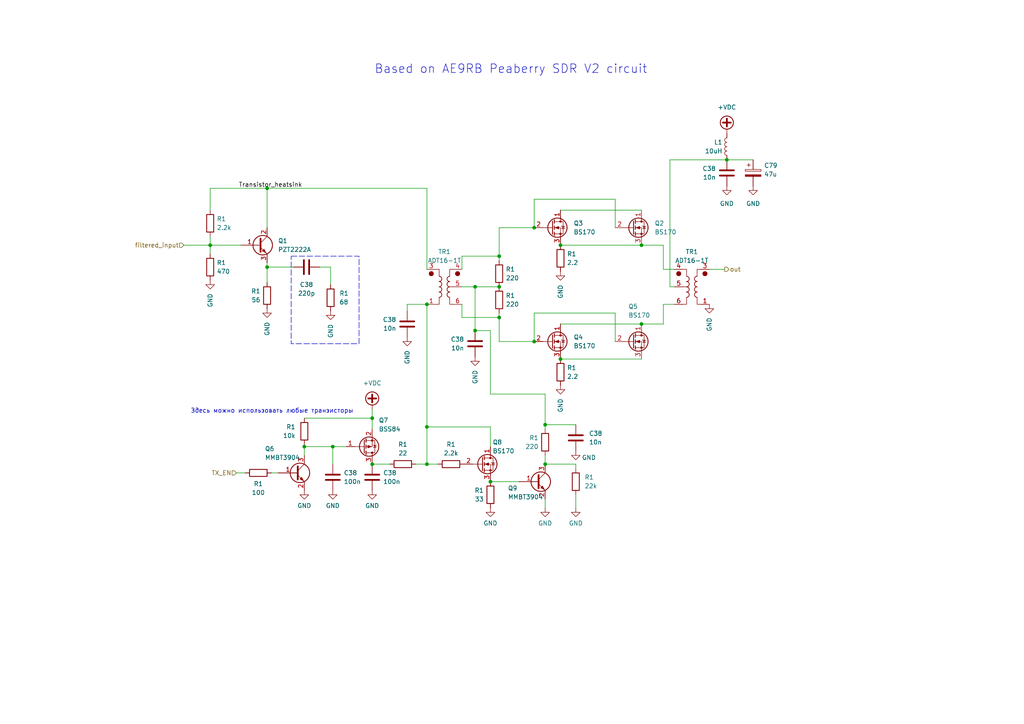
<source format=kicad_sch>
(kicad_sch (version 20230121) (generator eeschema)
  (paper "A4")
  (title_block (title "Transmitter, Power Amplifier"))
  (lib_symbols
    (symbol "Device:C" (pin_numbers hide) (pin_names (offset 0.254))
      (property "Reference" "C" (at 0.635 2.54 0))
      (property "Value" "C" (at 0.635 -2.54 0))
      (symbol "C_0_1"
        (polyline (pts (xy -2.032 -0.762) (xy 2.032 -0.762)) (stroke (width 0.508)))
        (polyline (pts (xy -2.032 0.762) (xy 2.032 0.762)) (stroke (width 0.508)))
      )
      (symbol "C_1_1"
        (pin passive line (at 0 3.81 270) (length 2.794) (name "~") (number "1"))
        (pin passive line (at 0 -3.81 90) (length 2.794) (name "~") (number "2"))
      )
    )
    (symbol "Device:C_Polarized" (pin_numbers hide) (pin_names (offset 0.254))
      (property "Reference" "C" (at 0.635 2.54 0))
      (property "Value" "C_Polarized" (at 0.635 -2.54 0))
      (symbol "C_Polarized_0_1"
        (rectangle (start -2.286 0.508) (end 2.286 1.016))
        (polyline (pts (xy -1.778 2.286) (xy -0.762 2.286)))
        (polyline (pts (xy -1.27 2.794) (xy -1.27 1.778)))
        (rectangle (start 2.286 -0.508) (end -2.286 -1.016) (fill (type outline)))
      )
      (symbol "C_Polarized_1_1"
        (pin passive line (at 0 3.81 270) (length 2.794) (name "~") (number "1"))
        (pin passive line (at 0 -3.81 90) (length 2.794) (name "~") (number "2"))
      )
    )
    (symbol "Device:L" (pin_numbers hide) (pin_names (offset 1.016) hide)
      (property "Reference" "L" (at -1.27 0 90))
      (property "Value" "L" (at 1.905 0 90))
      (symbol "L_0_1"
        (arc (start 0 -2.54) (mid 0.6323 -1.905) (end 0 -1.27))
        (arc (start 0 -1.27) (mid 0.6323 -0.635) (end 0 0))
        (arc (start 0 0) (mid 0.6323 0.635) (end 0 1.27))
        (arc (start 0 1.27) (mid 0.6323 1.905) (end 0 2.54))
      )
      (symbol "L_1_1"
        (pin passive line (at 0 3.81 270) (length 1.27) (name "1") (number "1"))
        (pin passive line (at 0 -3.81 90) (length 1.27) (name "2") (number "2"))
      )
    )
    (symbol "Device:R" (pin_numbers hide) (pin_names (offset 0))
      (property "Reference" "R" (at 2.032 0 90))
      (property "Value" "R" (at 0 0 90))
      (symbol "R_0_1"
        (rectangle (start -1.016 -2.54) (end 1.016 2.54) (stroke (width 0.254)))
      )
      (symbol "R_1_1"
        (pin passive line (at 0 3.81 270) (length 1.27) (name "~") (number "1"))
        (pin passive line (at 0 -3.81 90) (length 1.27) (name "~") (number "2"))
      )
    )
    (symbol "Transformer:ADT16-1T" (pin_names hide)
      (property "Reference" "TR" (at 0 6.35 0))
      (property "Value" "ADT16-1T" (at 0 -6.985 0))
      (symbol "ADT16-1T_0_1"
        (circle (center -3.81 3.81) (radius 0.635) (fill (type outline)))
        (arc (start -1.524 -3.048) (mid -0.7653 -2.286) (end -1.524 -1.524) (stroke (width 0.2032)))
        (arc (start -1.524 -1.524) (mid -0.7653 -0.762) (end -1.524 0) (stroke (width 0.2032)))
        (arc (start -1.524 0) (mid -0.7653 0.762) (end -1.524 1.524) (stroke (width 0.2032)))
        (arc (start -1.524 1.524) (mid -0.7653 2.286) (end -1.524 3.048) (stroke (width 0.2032)))
        (polyline (pts (xy 2.54 0) (xy 1.27 0)) (stroke (width 0.1524)))
        (polyline (pts (xy -2.54 5.08) (xy -1.524 5.08) (xy -1.524 3.048)) (stroke (width 0.1524)))
        (polyline (pts (xy -1.524 -3.048) (xy -1.524 -5.08) (xy -2.54 -5.08)) (stroke (width 0.1524)))
        (polyline (pts (xy 1.524 3.048) (xy 1.524 5.08) (xy 2.54 5.08)) (stroke (width 0.1524)))
        (polyline (pts (xy 2.54 -5.08) (xy 1.524 -5.08) (xy 1.524 -3.048)) (stroke (width 0.1524)))
        (arc (start 1.524 -1.524) (mid 0.7653 -2.286) (end 1.524 -3.048) (stroke (width 0.2032)))
        (arc (start 1.524 0) (mid 0.7653 -0.762) (end 1.524 -1.524) (stroke (width 0.2032)))
        (arc (start 1.524 1.524) (mid 0.7653 0.762) (end 1.524 0) (stroke (width 0.2032)))
        (arc (start 1.524 3.048) (mid 0.7653 2.286) (end 1.524 1.524) (stroke (width 0.2032)))
        (circle (center 3.81 3.81) (radius 0.635) (fill (type outline)))
      )
      (symbol "ADT16-1T_1_1"
        (pin passive line (at -5.08 -5.08 0) (length 2.54) (name "~") (number "1"))
        (pin no_connect line (at -2.54 0 0) (length 2.54) hide (name "~") (number "2"))
        (pin passive line (at -5.08 5.08 0) (length 2.54) (name "~") (number "3"))
        (pin passive line (at 5.08 5.08 180) (length 2.54) (name "~") (number "4"))
        (pin passive line (at 5.08 0 180) (length 2.54) (name "~") (number "5"))
        (pin passive line (at 5.08 -5.08 180) (length 2.54) (name "~") (number "6"))
      )
    )
    (symbol "Transistor_BJT:MMBT3904" (pin_names (offset 0) hide)
      (property "Reference" "Q" (at 5.08 1.905 0))
      (property "Value" "MMBT3904" (at 5.08 0 0))
      (symbol "MMBT3904_0_1"
        (polyline (pts (xy 0.635 0.635) (xy 2.54 2.54)))
        (polyline (pts (xy 0.635 -0.635) (xy 2.54 -2.54) (xy 2.54 -2.54)))
        (polyline (pts (xy 0.635 1.905) (xy 0.635 -1.905) (xy 0.635 -1.905)) (stroke (width 0.508)))
        (polyline (pts (xy 1.27 -1.778) (xy 1.778 -1.27) (xy 2.286 -2.286) (xy 1.27 -1.778) (xy 1.27 -1.778)) (fill (type outline)))
        (circle (center 1.27 0) (radius 2.8194) (stroke (width 0.254)))
      )
      (symbol "MMBT3904_1_1"
        (pin input line (at -5.08 0 0) (length 5.715) (name "B") (number "1"))
        (pin passive line (at 2.54 -5.08 90) (length 2.54) (name "E") (number "2"))
        (pin passive line (at 2.54 5.08 270) (length 2.54) (name "C") (number "3"))
      )
    )
    (symbol "Transistor_BJT:PZT2222A" (pin_names (offset 0) hide)
      (property "Reference" "Q" (at 5.08 1.905 0))
      (property "Value" "PZT2222A" (at 5.08 0 0))
      (symbol "PZT2222A_0_1"
        (polyline (pts (xy 0 0) (xy 0.635 0)))
        (polyline (pts (xy 2.54 -2.54) (xy 0.635 -0.635)))
        (polyline (pts (xy 2.54 2.54) (xy 0.635 0.635)))
        (polyline (pts (xy 0.635 1.905) (xy 0.635 -1.905) (xy 0.635 -1.905)) (stroke (width 0.508)))
        (polyline (pts (xy 2.286 -2.286) (xy 1.778 -1.778) (xy 1.778 -1.778)))
        (polyline (pts (xy 1.143 -1.651) (xy 1.651 -1.143) (xy 2.159 -2.159) (xy 1.143 -1.651) (xy 1.143 -1.651)) (fill (type outline)))
        (circle (center 1.27 0) (radius 2.8194) (stroke (width 0.254)))
      )
      (symbol "PZT2222A_1_1"
        (pin input line (at -5.08 0 0) (length 5.08) (name "B") (number "1"))
        (pin passive line (at 2.54 5.08 270) (length 2.54) (name "C") (number "2"))
        (pin passive line (at 2.54 -5.08 90) (length 2.54) (name "E") (number "3"))
      )
    )
    (symbol "Transistor_FET:BS170" (pin_names hide)
      (property "Reference" "Q" (at 5.08 1.905 0))
      (property "Value" "BS170" (at 5.08 0 0))
      (symbol "BS170_0_1"
        (polyline (pts (xy 0.254 0) (xy -2.54 0)))
        (polyline (pts (xy 0.254 1.905) (xy 0.254 -1.905)) (stroke (width 0.254)))
        (polyline (pts (xy 0.762 -1.27) (xy 0.762 -2.286)) (stroke (width 0.254)))
        (polyline (pts (xy 0.762 0.508) (xy 0.762 -0.508)) (stroke (width 0.254)))
        (polyline (pts (xy 0.762 2.286) (xy 0.762 1.27)) (stroke (width 0.254)))
        (polyline (pts (xy 2.54 2.54) (xy 2.54 1.778)))
        (polyline (pts (xy 2.54 -2.54) (xy 2.54 0) (xy 0.762 0)))
        (polyline (pts (xy 0.762 -1.778) (xy 3.302 -1.778) (xy 3.302 1.778) (xy 0.762 1.778)))
        (polyline (pts (xy 1.016 0) (xy 2.032 0.381) (xy 2.032 -0.381) (xy 1.016 0)) (fill (type outline)))
        (polyline (pts (xy 2.794 0.508) (xy 2.921 0.381) (xy 3.683 0.381) (xy 3.81 0.254)))
        (polyline (pts (xy 3.302 0.381) (xy 2.921 -0.254) (xy 3.683 -0.254) (xy 3.302 0.381)))
        (circle (center 1.651 0) (radius 2.794) (stroke (width 0.254)))
        (circle (center 2.54 -1.778) (radius 0.254) (fill (type outline)))
        (circle (center 2.54 1.778) (radius 0.254) (fill (type outline)))
      )
      (symbol "BS170_1_1"
        (pin passive line (at 2.54 5.08 270) (length 2.54) (name "D") (number "1"))
        (pin input line (at -5.08 0 0) (length 2.54) (name "G") (number "2"))
        (pin passive line (at 2.54 -5.08 90) (length 2.54) (name "S") (number "3"))
      )
    )
    (symbol "Transistor_FET:BSS84" (pin_names hide)
      (property "Reference" "Q" (at 5.08 1.905 0))
      (property "Value" "BSS84" (at 5.08 0 0))
      (symbol "BSS84_0_1"
        (polyline (pts (xy 0.254 0) (xy -2.54 0)))
        (polyline (pts (xy 0.254 1.905) (xy 0.254 -1.905)) (stroke (width 0.254)))
        (polyline (pts (xy 0.762 -1.27) (xy 0.762 -2.286)) (stroke (width 0.254)))
        (polyline (pts (xy 0.762 0.508) (xy 0.762 -0.508)) (stroke (width 0.254)))
        (polyline (pts (xy 0.762 2.286) (xy 0.762 1.27)) (stroke (width 0.254)))
        (polyline (pts (xy 2.54 2.54) (xy 2.54 1.778)))
        (polyline (pts (xy 2.54 -2.54) (xy 2.54 0) (xy 0.762 0)))
        (polyline (pts (xy 0.762 1.778) (xy 3.302 1.778) (xy 3.302 -1.778) (xy 0.762 -1.778)))
        (polyline (pts (xy 2.286 0) (xy 1.27 0.381) (xy 1.27 -0.381) (xy 2.286 0)) (fill (type outline)))
        (polyline (pts (xy 2.794 -0.508) (xy 2.921 -0.381) (xy 3.683 -0.381) (xy 3.81 -0.254)))
        (polyline (pts (xy 3.302 -0.381) (xy 2.921 0.254) (xy 3.683 0.254) (xy 3.302 -0.381)))
        (circle (center 1.651 0) (radius 2.794) (stroke (width 0.254)))
        (circle (center 2.54 -1.778) (radius 0.254) (fill (type outline)))
        (circle (center 2.54 1.778) (radius 0.254) (fill (type outline)))
      )
      (symbol "BSS84_1_1"
        (pin input line (at -5.08 0 0) (length 2.54) (name "G") (number "1"))
        (pin passive line (at 2.54 -5.08 90) (length 2.54) (name "S") (number "2"))
        (pin passive line (at 2.54 5.08 270) (length 2.54) (name "D") (number "3"))
      )
    )
    (symbol "power:+VDC" (power) (pin_names (offset 0))
      (property "Value" "+VDC" (at 0 6.35 0))
      (symbol "+VDC_0_1"
        (polyline (pts (xy -1.143 3.175) (xy 1.143 3.175)) (stroke (width 0.508)))
        (polyline (pts (xy 0 0) (xy 0 1.27)))
        (polyline (pts (xy 0 2.032) (xy 0 4.318)) (stroke (width 0.508)))
        (circle (center 0 3.175) (radius 1.905) (stroke (width 0.254)))
      )
      (symbol "+VDC_1_1"
        (pin power_in line (at 0 0 90) (length 0) hide (name "+VDC") (number "1"))
      )
    )
    (symbol "power:GND" (power) (pin_names (offset 0))
      (property "Value" "GND" (at 0 -3.81 0))
      (symbol "GND_0_1"
        (polyline (pts (xy 0 0) (xy 0 -1.27) (xy 1.27 -1.27) (xy 0 -2.54) (xy -1.27 -1.27) (xy 0 -1.27)))
      )
      (symbol "GND_1_1"
        (pin power_in line (at 0 0 270) (length 0) hide (name "GND") (number "1"))
      )
    )
  )
  (junction (at 123.825 134.62))
  (junction (at 210.82 46.355))
  (junction (at 154.94 66.04))
  (junction (at 107.95 134.62))
  (junction (at 158.115 123.19))
  (junction (at 144.78 92.075))
  (junction (at 162.56 104.14))
  (junction (at 142.24 139.7))
  (junction (at 88.265 129.54))
  (junction (at 144.78 83.185))
  (junction (at 96.52 129.54))
  (junction (at 60.96 71.12))
  (junction (at 158.115 134.62))
  (junction (at 137.795 83.185))
  (junction (at 162.56 71.12))
  (junction (at 123.825 123.825))
  (junction (at 144.78 74.295))
  (junction (at 77.47 77.47))
  (junction (at 186.055 71.12))
  (junction (at 154.94 99.06))
  (junction (at 186.055 93.98))
  (junction (at 107.95 121.285))
  (junction (at 123.825 88.265))
  (junction (at 137.795 95.885))
  (junction (at 77.47 54.61))
  (wire (pts (xy 77.47 77.47) (xy 85.09 77.47)))
  (wire (pts (xy 142.24 139.7) (xy 150.495 139.7)))
  (wire (pts (xy 92.71 77.47) (xy 95.885 77.47)))
  (wire (pts (xy 144.78 66.04) (xy 144.78 74.295)))
  (wire (pts (xy 88.265 129.54) (xy 96.52 129.54)))
  (wire (pts (xy 133.985 88.265) (xy 133.985 92.075)))
  (wire (pts (xy 144.78 74.295) (xy 144.78 75.565)))
  (wire (pts (xy 195.58 88.265) (xy 192.405 88.265)))
  (wire (pts (xy 158.115 123.19) (xy 167.005 123.19)))
  (wire (pts (xy 137.795 83.185) (xy 144.78 83.185)))
  (wire (pts (xy 210.185 78.105) (xy 205.74 78.105)))
  (wire (pts (xy 68.58 137.16) (xy 71.12 137.16)))
  (wire (pts (xy 107.95 118.745) (xy 107.95 121.285)))
  (wire (pts (xy 194.31 46.355) (xy 210.82 46.355)))
  (wire (pts (xy 127 134.62) (xy 123.825 134.62)))
  (wire (pts (xy 133.985 83.185) (xy 137.795 83.185)))
  (wire (pts (xy 162.56 60.96) (xy 186.055 60.96)))
  (wire (pts (xy 77.47 54.61) (xy 123.825 54.61)))
  (wire (pts (xy 192.405 71.12) (xy 192.405 78.105)))
  (wire (pts (xy 144.78 92.075) (xy 144.78 99.06)))
  (wire (pts (xy 167.005 134.62) (xy 167.005 135.89)))
  (wire (pts (xy 96.52 134.62) (xy 96.52 129.54)))
  (wire (pts (xy 167.005 147.32) (xy 167.005 143.51)))
  (wire (pts (xy 178.435 57.785) (xy 154.94 57.785)))
  (wire (pts (xy 120.65 134.62) (xy 123.825 134.62)))
  (wire (pts (xy 78.74 137.16) (xy 80.645 137.16)))
  (wire (pts (xy 144.78 99.06) (xy 154.94 99.06)))
  (wire (pts (xy 195.58 83.185) (xy 194.31 83.185)))
  (wire (pts (xy 95.885 77.47) (xy 95.885 82.55)))
  (wire (pts (xy 88.265 121.285) (xy 107.95 121.285)))
  (wire (pts (xy 77.47 77.47) (xy 77.47 81.915)))
  (wire (pts (xy 194.31 46.355) (xy 194.31 83.185)))
  (wire (pts (xy 88.265 128.905) (xy 88.265 129.54)))
  (wire (pts (xy 162.56 93.98) (xy 186.055 93.98)))
  (wire (pts (xy 107.95 121.285) (xy 107.95 124.46)))
  (wire (pts (xy 123.825 134.62) (xy 123.825 123.825)))
  (wire (pts (xy 144.78 90.805) (xy 144.78 92.075)))
  (wire (pts (xy 192.405 78.105) (xy 195.58 78.105)))
  (wire (pts (xy 133.985 74.295) (xy 144.78 74.295)))
  (wire (pts (xy 158.115 134.62) (xy 167.005 134.62)))
  (wire (pts (xy 137.795 83.185) (xy 137.795 95.885)))
  (wire (pts (xy 123.825 123.825) (xy 123.825 88.265)))
  (wire (pts (xy 178.435 90.805) (xy 154.94 90.805)))
  (wire (pts (xy 142.24 129.54) (xy 142.24 123.825)))
  (wire (pts (xy 158.115 124.46) (xy 158.115 123.19)))
  (wire (pts (xy 178.435 66.04) (xy 178.435 57.785)))
  (wire (pts (xy 77.47 76.2) (xy 77.47 77.47)))
  (wire (pts (xy 178.435 99.06) (xy 178.435 90.805)))
  (wire (pts (xy 192.405 88.265) (xy 192.405 93.98)))
  (wire (pts (xy 144.78 66.04) (xy 154.94 66.04)))
  (wire (pts (xy 162.56 71.12) (xy 186.055 71.12)))
  (wire (pts (xy 88.265 132.08) (xy 88.265 129.54)))
  (wire (pts (xy 107.95 134.62) (xy 113.03 134.62)))
  (wire (pts (xy 118.11 88.265) (xy 123.825 88.265)))
  (wire (pts (xy 96.52 129.54) (xy 100.33 129.54)))
  (wire (pts (xy 154.94 90.805) (xy 154.94 99.06)))
  (wire (pts (xy 142.24 114.3) (xy 142.24 95.885)))
  (wire (pts (xy 142.24 95.885) (xy 137.795 95.885)))
  (wire (pts (xy 158.115 144.78) (xy 158.115 147.32)))
  (wire (pts (xy 158.115 123.19) (xy 158.115 114.3)))
  (wire (pts (xy 118.11 90.17) (xy 118.11 88.265)))
  (wire (pts (xy 60.96 71.12) (xy 69.85 71.12)))
  (wire (pts (xy 158.115 114.3) (xy 142.24 114.3)))
  (wire (pts (xy 158.115 132.08) (xy 158.115 134.62)))
  (wire (pts (xy 53.34 71.12) (xy 60.96 71.12)))
  (wire (pts (xy 133.985 92.075) (xy 144.78 92.075)))
  (wire (pts (xy 192.405 93.98) (xy 186.055 93.98)))
  (wire (pts (xy 154.94 57.785) (xy 154.94 66.04)))
  (wire (pts (xy 186.055 71.12) (xy 192.405 71.12)))
  (wire (pts (xy 60.96 60.96) (xy 60.96 54.61)))
  (wire (pts (xy 60.96 71.12) (xy 60.96 73.66)))
  (wire (pts (xy 60.96 54.61) (xy 77.47 54.61)))
  (wire (pts (xy 123.825 54.61) (xy 123.825 78.105)))
  (wire (pts (xy 210.82 46.355) (xy 218.44 46.355)))
  (wire (pts (xy 60.96 68.58) (xy 60.96 71.12)))
  (wire (pts (xy 142.24 123.825) (xy 123.825 123.825)))
  (wire (pts (xy 77.47 54.61) (xy 77.47 66.04)))
  (wire (pts (xy 133.985 78.105) (xy 133.985 74.295)))
  (wire (pts (xy 162.56 104.14) (xy 186.055 104.14)))
  (rectangle (start 84.455 74.295) (end 104.14 99.695) (stroke (width 0) (type dash)))
  (text "Based on AE9RB Peaberry SDR V2 circuit" (at 108.585 21.59 0) (effects (font (size 2.5 2.5)) (justify left bottom)))
  (text "Здесь можно использовать любые транзисторы" (at 55.245 120.015 0) (effects (font (size 1.27 1.27)) (justify left bottom)))
  (label "Transistor_heatsink" (at 69.215 54.61 0))
  (hierarchical_label "filtered_input" (shape input) (at 53.34 71.12 180))
  (hierarchical_label "out" (shape output) (at 210.185 78.105 0))
  (hierarchical_label "TX_EN" (shape input) (at 68.58 137.16 180))
  (symbol (lib_id "Device:C") (at 88.9 77.47 90) (mirror x) (unit 1)
    (property "Reference" "C38" (at 88.9 82.55 90))
    (property "Value" "220p" (at 88.9 85.09 90))
    (instances (project "main" (path "" (reference "C38") (unit 1)) (path "" (reference "C53") (unit 1)) (path "" (reference "C38") (unit 1))))
  )
  (symbol (lib_id "Transistor_FET:BS170") (at 183.515 66.04 0) (unit 1)
    (property "Reference" "Q2" (at 189.865 64.77 0) (effects (justify left)))
    (property "Value" "BS170" (at 189.865 67.31 0) (effects (justify left)))
    (property "Footprint" "Package_TO_SOT_THT:TO-92_Inline" (effects hide))
    (property "Datasheet" "https://www.onsemi.com/pub/Collateral/BS170-D.PDF" (effects hide))
  )
  (symbol (lib_id "Device:R") (at 130.81 134.62 90) (mirror x) (unit 1)
    (property "Reference" "R1" (at 130.81 128.905 90))
    (property "Value" "2.2k" (at 130.81 131.445 90))
    (instances (project "main" (path "" (reference "R1") (unit 1)) (path "" (reference "R5") (unit 1)) (path "" (reference "R18") (unit 1)) (path "" (reference "R44") (unit 1))))
  )
  (symbol (lib_id "Device:C") (at 118.11 93.98 0) (mirror x) (unit 1)
    (property "Reference" "C38" (at 114.935 92.71 0) (effects (justify right)))
    (property "Value" "10n" (at 114.935 95.25 0) (effects (justify right)))
    (instances (project "main" (path "" (reference "C38") (unit 1)) (path "" (reference "C53") (unit 1)) (path "" (reference "C76") (unit 1))))
  )
  (symbol (lib_id "Device:R") (at 88.265 125.095 0) (mirror x) (unit 1)
    (property "Reference" "R1" (at 85.725 123.825 0) (effects (justify right)))
    (property "Value" "10k" (at 85.725 126.365 0) (effects (justify right)))
    (instances (project "main" (path "" (reference "R1") (unit 1)) (path "" (reference "R5") (unit 1)) (path "" (reference "R18") (unit 1)) (path "" (reference "R42") (unit 1))))
  )
  (symbol (lib_id "power:GND") (at 88.265 142.24 0) (mirror y) (unit 1)
    (property "Reference" "#PWR022" (effects hide))
    (property "Value" "GND" (at 88.265 146.685 0))
    (instances (project "main" (path "" (reference "#PWR022") (unit 1)) (path "" (reference "#PWR027") (unit 1)) (path "" (reference "#PWR062") (unit 1)) (path "" (reference "#PWR072") (unit 1)) (path "" (reference "#PWR0116") (unit 1))))
  )
  (symbol (lib_id "power:GND") (at 96.52 142.24 0) (mirror y) (unit 1)
    (property "Reference" "#PWR022" (effects hide))
    (property "Value" "GND" (at 96.52 146.685 0))
    (instances (project "main" (path "" (reference "#PWR022") (unit 1)) (path "" (reference "#PWR027") (unit 1)) (path "" (reference "#PWR062") (unit 1)) (path "" (reference "#PWR072") (unit 1)) (path "" (reference "#PWR0115") (unit 1))))
  )
  (symbol (lib_id "power:+VDC") (at 107.95 118.745 0) (unit 1)
    (property "Reference" "#PWR019" (effects hide))
    (property "Value" "+VDC" (at 107.95 111.125 0))
    (instances (project "main" (path "" (reference "#PWR019") (unit 1)) (path "" (reference "#PWR044") (unit 1)) (path "" (reference "#PWR0114") (unit 1))))
  )
  (symbol (lib_id "Device:C_Polarized") (at 218.44 50.165 0) (unit 1)
    (property "Reference" "C79" (at 221.615 48.006 0) (effects (justify left)))
    (property "Value" "47u" (at 221.615 50.546 0) (effects (justify left)))
  )
  (symbol (lib_id "Device:R") (at 95.885 86.36 0) (mirror y) (unit 1)
    (property "Reference" "R1" (at 98.425 85.09 0) (effects (justify right)))
    (property "Value" "68" (at 98.425 87.63 0) (effects (justify right)))
    (instances (project "main" (path "" (reference "R1") (unit 1)) (path "" (reference "R5") (unit 1)) (path "" (reference "R18") (unit 1)) (path "" (reference "R1") (unit 1))))
  )
  (symbol (lib_id "power:GND") (at 162.56 78.74 0) (mirror y) (unit 1)
    (property "Reference" "#PWR022" (effects hide))
    (property "Value" "GND" (at 162.56 82.55 90) (effects (justify right)))
    (instances (project "main" (path "" (reference "#PWR022") (unit 1)) (path "" (reference "#PWR027") (unit 1)) (path "" (reference "#PWR062") (unit 1)) (path "" (reference "#PWR072") (unit 1)) (path "" (reference "#PWR0107") (unit 1))))
  )
  (symbol (lib_id "Device:C") (at 210.82 50.165 0) (mirror x) (unit 1)
    (property "Reference" "C38" (at 207.645 48.895 0) (effects (justify right)))
    (property "Value" "10n" (at 207.645 51.435 0) (effects (justify right)))
    (instances (project "main" (path "" (reference "C38") (unit 1)) (path "" (reference "C53") (unit 1)) (path "" (reference "C78") (unit 1))))
  )
  (symbol (lib_id "Device:R") (at 60.96 77.47 0) (mirror y) (unit 1)
    (property "Reference" "R1" (at 62.865 76.2 0) (effects (justify right)))
    (property "Value" "470" (at 62.865 78.74 0) (effects (justify right)))
    (instances (project "main" (path "" (reference "R1") (unit 1)) (path "" (reference "R5") (unit 1)) (path "" (reference "R18") (unit 1)) (path "" (reference "R1") (unit 1))))
  )
  (symbol (lib_id "Transformer:ADT16-1T") (at 200.66 83.185 0) (mirror y) (unit 1)
    (property "Reference" "TR1" (at 200.66 73.025 0))
    (property "Value" "ADT16-1T" (at 200.66 75.565 0))
    (property "Footprint" "RF_Mini-Circuits:Mini-Circuits_CD542_H2.84mm" (effects hide))
    (property "Datasheet" "https://www.minicircuits.com/pdfs/ADT16-1T+.pdf" (effects hide))
    (instances (project "main" (path "" (reference "TR1") (unit 1)) (path "" (reference "TR3") (unit 1))))
  )
  (symbol (lib_id "Device:R") (at 167.005 139.7 180) (unit 1)
    (property "Reference" "R1" (at 169.545 138.43 0) (effects (justify right)))
    (property "Value" "22k" (at 169.545 140.97 0) (effects (justify right)))
    (instances (project "main" (path "" (reference "R1") (unit 1)) (path "" (reference "R5") (unit 1)) (path "" (reference "R18") (unit 1)) (path "" (reference "R48") (unit 1))))
  )
  (symbol (lib_id "Device:R") (at 142.24 143.51 0) (mirror x) (unit 1)
    (property "Reference" "R1" (at 140.335 142.24 0) (effects (justify right)))
    (property "Value" "33" (at 140.335 144.78 0) (effects (justify right)))
    (instances (project "main" (path "" (reference "R1") (unit 1)) (path "" (reference "R5") (unit 1)) (path "" (reference "R18") (unit 1)) (path "" (reference "R46") (unit 1))))
  )
  (symbol (lib_id "power:GND") (at 205.74 88.265 0) (mirror y) (unit 1)
    (property "Reference" "#PWR022" (effects hide))
    (property "Value" "GND" (at 205.74 92.075 90) (effects (justify right)))
    (instances (project "main" (path "" (reference "#PWR022") (unit 1)) (path "" (reference "#PWR027") (unit 1)) (path "" (reference "#PWR062") (unit 1)) (path "" (reference "#PWR072") (unit 1)) (path "" (reference "#PWR0110") (unit 1))))
  )
  (symbol (lib_id "Transistor_BJT:MMBT3904") (at 85.725 137.16 0) (unit 1)
    (property "Reference" "Q6" (at 76.835 130.175 0) (effects (justify left)))
    (property "Value" "MMBT3904" (at 76.835 132.715 0) (effects (justify left)))
    (property "Footprint" "Package_TO_SOT_SMD:SOT-23" (effects hide))
    (property "Datasheet" "https://www.onsemi.com/pdf/datasheet/pzt3904-d.pdf" (effects hide))
  )
  (symbol (lib_id "Device:C") (at 96.52 138.43 0) (mirror x) (unit 1)
    (property "Reference" "C38" (at 99.695 137.16 0) (effects (justify left)))
    (property "Value" "100n" (at 99.695 139.7 0) (effects (justify left)))
    (instances (project "main" (path "" (reference "C38") (unit 1)) (path "" (reference "C53") (unit 1)) (path "" (reference "C80") (unit 1))))
  )
  (symbol (lib_id "power:GND") (at 167.005 130.81 0) (mirror y) (unit 1)
    (property "Reference" "#PWR022" (effects hide))
    (property "Value" "GND" (at 170.815 132.715 0))
    (instances (project "main" (path "" (reference "#PWR022") (unit 1)) (path "" (reference "#PWR027") (unit 1)) (path "" (reference "#PWR062") (unit 1)) (path "" (reference "#PWR072") (unit 1)) (path "" (reference "#PWR0121") (unit 1))))
  )
  (symbol (lib_id "Device:C") (at 107.95 138.43 0) (mirror x) (unit 1)
    (property "Reference" "C38" (at 111.125 137.16 0) (effects (justify left)))
    (property "Value" "100n" (at 111.125 139.7 0) (effects (justify left)))
    (instances (project "main" (path "" (reference "C38") (unit 1)) (path "" (reference "C53") (unit 1)) (path "" (reference "C81") (unit 1))))
  )
  (symbol (lib_id "Transistor_FET:BS170") (at 160.02 66.04 0) (unit 1)
    (property "Reference" "Q3" (at 166.37 64.77 0) (effects (justify left)))
    (property "Value" "BS170" (at 166.37 67.31 0) (effects (justify left)))
    (property "Footprint" "Package_TO_SOT_THT:TO-92_Inline" (effects hide))
    (property "Datasheet" "https://www.onsemi.com/pub/Collateral/BS170-D.PDF" (effects hide))
  )
  (symbol (lib_id "Transistor_FET:BS170") (at 183.515 99.06 0) (unit 1)
    (property "Reference" "Q5" (at 182.245 88.9 0) (effects (justify left)))
    (property "Value" "BS170" (at 182.245 91.44 0) (effects (justify left)))
    (property "Footprint" "Package_TO_SOT_THT:TO-92_Inline" (effects hide))
    (property "Datasheet" "https://www.onsemi.com/pub/Collateral/BS170-D.PDF" (effects hide))
  )
  (symbol (lib_id "power:GND") (at 167.005 147.32 0) (mirror y) (unit 1)
    (property "Reference" "#PWR022" (effects hide))
    (property "Value" "GND" (at 167.005 151.765 0))
    (instances (project "main" (path "" (reference "#PWR022") (unit 1)) (path "" (reference "#PWR027") (unit 1)) (path "" (reference "#PWR062") (unit 1)) (path "" (reference "#PWR072") (unit 1)) (path "" (reference "#PWR0120") (unit 1))))
  )
  (symbol (lib_id "power:GND") (at 95.885 90.17 0) (mirror y) (unit 1)
    (property "Reference" "#PWR022" (effects hide))
    (property "Value" "GND" (at 95.885 93.98 90) (effects (justify right)))
    (instances (project "main" (path "" (reference "#PWR022") (unit 1)) (path "" (reference "#PWR027") (unit 1)) (path "" (reference "#PWR062") (unit 1)) (path "" (reference "#PWR072") (unit 1)) (path "" (reference "#PWR022") (unit 1))))
  )
  (symbol (lib_id "power:GND") (at 158.115 147.32 0) (mirror y) (unit 1)
    (property "Reference" "#PWR022" (effects hide))
    (property "Value" "GND" (at 158.115 151.765 0))
    (instances (project "main" (path "" (reference "#PWR022") (unit 1)) (path "" (reference "#PWR027") (unit 1)) (path "" (reference "#PWR062") (unit 1)) (path "" (reference "#PWR072") (unit 1)) (path "" (reference "#PWR0119") (unit 1))))
  )
  (symbol (lib_id "power:GND") (at 107.95 142.24 0) (mirror y) (unit 1)
    (property "Reference" "#PWR022" (effects hide))
    (property "Value" "GND" (at 107.95 146.685 0))
    (instances (project "main" (path "" (reference "#PWR022") (unit 1)) (path "" (reference "#PWR027") (unit 1)) (path "" (reference "#PWR062") (unit 1)) (path "" (reference "#PWR072") (unit 1)) (path "" (reference "#PWR0117") (unit 1))))
  )
  (symbol (lib_id "power:GND") (at 162.56 111.76 0) (mirror y) (unit 1)
    (property "Reference" "#PWR022" (effects hide))
    (property "Value" "GND" (at 162.56 115.57 90) (effects (justify right)))
    (instances (project "main" (path "" (reference "#PWR022") (unit 1)) (path "" (reference "#PWR027") (unit 1)) (path "" (reference "#PWR062") (unit 1)) (path "" (reference "#PWR072") (unit 1)) (path "" (reference "#PWR0108") (unit 1))))
  )
  (symbol (lib_id "power:+VDC") (at 210.82 38.735 0) (unit 1)
    (property "Reference" "#PWR019" (effects hide))
    (property "Value" "+VDC" (at 210.82 31.115 0))
    (instances (project "main" (path "" (reference "#PWR019") (unit 1)) (path "" (reference "#PWR044") (unit 1)) (path "" (reference "#PWR0111") (unit 1))))
  )
  (symbol (lib_id "Device:R") (at 77.47 85.725 0) (unit 1)
    (property "Reference" "R1" (at 75.565 84.455 0) (effects (justify right)))
    (property "Value" "56" (at 75.565 86.995 0) (effects (justify right)))
    (instances (project "main" (path "" (reference "R1") (unit 1)) (path "" (reference "R5") (unit 1)) (path "" (reference "R18") (unit 1)) (path "" (reference "R1") (unit 1))))
  )
  (symbol (lib_id "Transformer:ADT16-1T") (at 128.905 83.185 0) (unit 1)
    (property "Reference" "TR1" (at 128.905 73.025 0))
    (property "Value" "ADT16-1T" (at 128.905 75.565 0))
    (property "Footprint" "RF_Mini-Circuits:Mini-Circuits_CD542_H2.84mm" (effects hide))
    (property "Datasheet" "https://www.minicircuits.com/pdfs/ADT16-1T+.pdf" (effects hide))
    (instances (project "main" (path "" (reference "TR1") (unit 1)) (path "" (reference "TR2") (unit 1))))
  )
  (symbol (lib_id "Transistor_BJT:PZT2222A") (at 74.93 71.12 0) (unit 1)
    (property "Reference" "Q1" (at 80.645 69.85 0) (effects (justify left)))
    (property "Value" "PZT2222A" (at 80.645 72.39 0) (effects (justify left)))
    (property "Footprint" "Package_TO_SOT_SMD:SOT-223-3_TabPin2" (effects hide))
    (property "Datasheet" "https://www.onsemi.com/pub/Collateral/PN2222-D.PDF" (effects hide))
  )
  (symbol (lib_id "power:GND") (at 142.24 147.32 0) (mirror y) (unit 1)
    (property "Reference" "#PWR022" (effects hide))
    (property "Value" "GND" (at 142.24 151.765 0))
    (instances (project "main" (path "" (reference "#PWR022") (unit 1)) (path "" (reference "#PWR027") (unit 1)) (path "" (reference "#PWR062") (unit 1)) (path "" (reference "#PWR072") (unit 1)) (path "" (reference "#PWR0118") (unit 1))))
  )
  (symbol (lib_id "Device:C") (at 137.795 99.695 0) (mirror x) (unit 1)
    (property "Reference" "C38" (at 134.62 98.425 0) (effects (justify right)))
    (property "Value" "10n" (at 134.62 100.965 0) (effects (justify right)))
    (instances (project "main" (path "" (reference "C38") (unit 1)) (path "" (reference "C53") (unit 1)) (path "" (reference "C77") (unit 1))))
  )
  (symbol (lib_id "Device:R") (at 74.93 137.16 270) (mirror x) (unit 1)
    (property "Reference" "R1" (at 74.93 140.335 90))
    (property "Value" "100" (at 74.93 142.875 90))
    (instances (project "main" (path "" (reference "R1") (unit 1)) (path "" (reference "R5") (unit 1)) (path "" (reference "R18") (unit 1)) (path "" (reference "R45") (unit 1))))
  )
  (symbol (lib_id "power:GND") (at 77.47 89.535 0) (mirror y) (unit 1)
    (property "Reference" "#PWR022" (effects hide))
    (property "Value" "GND" (at 77.47 93.345 90) (effects (justify right)))
    (instances (project "main" (path "" (reference "#PWR022") (unit 1)) (path "" (reference "#PWR027") (unit 1)) (path "" (reference "#PWR062") (unit 1)) (path "" (reference "#PWR072") (unit 1)) (path "" (reference "#PWR022") (unit 1))))
  )
  (symbol (lib_id "power:GND") (at 137.795 103.505 0) (mirror y) (unit 1)
    (property "Reference" "#PWR022" (effects hide))
    (property "Value" "GND" (at 137.795 107.315 90) (effects (justify right)))
    (instances (project "main" (path "" (reference "#PWR022") (unit 1)) (path "" (reference "#PWR027") (unit 1)) (path "" (reference "#PWR062") (unit 1)) (path "" (reference "#PWR072") (unit 1)) (path "" (reference "#PWR0109") (unit 1))))
  )
  (symbol (lib_id "Device:R") (at 158.115 128.27 0) (mirror x) (unit 1)
    (property "Reference" "R1" (at 156.21 127 0) (effects (justify right)))
    (property "Value" "220" (at 156.21 129.54 0) (effects (justify right)))
    (instances (project "main" (path "" (reference "R1") (unit 1)) (path "" (reference "R5") (unit 1)) (path "" (reference "R18") (unit 1)) (path "" (reference "R47") (unit 1))))
  )
  (symbol (lib_id "Device:R") (at 144.78 86.995 0) (mirror y) (unit 1)
    (property "Reference" "R1" (at 146.685 85.725 0) (effects (justify right)))
    (property "Value" "220" (at 146.685 88.265 0) (effects (justify right)))
    (instances (project "main" (path "" (reference "R1") (unit 1)) (path "" (reference "R5") (unit 1)) (path "" (reference "R18") (unit 1)) (path "" (reference "R39") (unit 1))))
  )
  (symbol (lib_id "power:GND") (at 218.44 53.975 0) (mirror y) (unit 1)
    (property "Reference" "#PWR022" (effects hide))
    (property "Value" "GND" (at 218.44 59.055 0))
    (instances (project "main" (path "" (reference "#PWR022") (unit 1)) (path "" (reference "#PWR027") (unit 1)) (path "" (reference "#PWR062") (unit 1)) (path "" (reference "#PWR072") (unit 1)) (path "" (reference "#PWR0113") (unit 1))))
  )
  (symbol (lib_id "Transistor_FET:BS170") (at 139.7 134.62 0) (unit 1)
    (property "Reference" "Q8" (at 142.875 128.27 0) (effects (justify left)))
    (property "Value" "BS170" (at 142.875 130.81 0) (effects (justify left)))
    (property "Footprint" "Package_TO_SOT_THT:TO-92_Inline" (effects hide))
    (property "Datasheet" "https://www.onsemi.com/pub/Collateral/BS170-D.PDF" (effects hide))
  )
  (symbol (lib_id "Device:L") (at 210.82 42.545 0) (mirror y) (unit 1)
    (property "Reference" "L1" (at 209.55 41.275 0) (effects (justify left)))
    (property "Value" "10uH" (at 209.55 43.815 0) (effects (justify left)))
    (instances (project "main" (path "" (reference "L1") (unit 1)) (path "" (reference "L16") (unit 1))))
  )
  (symbol (lib_id "Transistor_FET:BS170") (at 160.02 99.06 0) (unit 1)
    (property "Reference" "Q4" (at 166.37 97.79 0) (effects (justify left)))
    (property "Value" "BS170" (at 166.37 100.33 0) (effects (justify left)))
    (property "Footprint" "Package_TO_SOT_THT:TO-92_Inline" (effects hide))
    (property "Datasheet" "https://www.onsemi.com/pub/Collateral/BS170-D.PDF" (effects hide))
  )
  (symbol (lib_id "Device:R") (at 60.96 64.77 0) (unit 1)
    (property "Reference" "R1" (at 62.865 63.5 0) (effects (justify left)))
    (property "Value" "2.2k" (at 62.865 66.04 0) (effects (justify left)))
    (instances (project "main" (path "" (reference "R1") (unit 1)) (path "" (reference "R4") (unit 1)) (path "" (reference "R17") (unit 1)) (path "" (reference "R1") (unit 1))))
  )
  (symbol (lib_id "power:GND") (at 210.82 53.975 0) (mirror y) (unit 1)
    (property "Reference" "#PWR022" (effects hide))
    (property "Value" "GND" (at 210.82 59.055 0))
    (instances (project "main" (path "" (reference "#PWR022") (unit 1)) (path "" (reference "#PWR027") (unit 1)) (path "" (reference "#PWR062") (unit 1)) (path "" (reference "#PWR072") (unit 1)) (path "" (reference "#PWR0112") (unit 1))))
  )
  (symbol (lib_id "Transistor_FET:BSS84") (at 105.41 129.54 0) (mirror x) (unit 1)
    (property "Reference" "Q7" (at 109.855 121.92 0) (effects (justify left)))
    (property "Value" "BSS84" (at 109.855 124.46 0) (effects (justify left)))
    (property "Footprint" "Package_TO_SOT_SMD:SOT-23" (effects hide))
    (property "Datasheet" "http://assets.nexperia.com/documents/data-sheet/BSS84.pdf" (effects hide))
  )
  (symbol (lib_id "Device:R") (at 162.56 74.93 0) (mirror y) (unit 1)
    (property "Reference" "R1" (at 164.465 73.66 0) (effects (justify right)))
    (property "Value" "2.2" (at 164.465 76.2 0) (effects (justify right)))
    (instances (project "main" (path "" (reference "R1") (unit 1)) (path "" (reference "R5") (unit 1)) (path "" (reference "R18") (unit 1)) (path "" (reference "R40") (unit 1))))
  )
  (symbol (lib_id "Device:R") (at 144.78 79.375 0) (mirror y) (unit 1)
    (property "Reference" "R1" (at 146.685 78.105 0) (effects (justify right)))
    (property "Value" "220" (at 146.685 80.645 0) (effects (justify right)))
    (instances (project "main" (path "" (reference "R1") (unit 1)) (path "" (reference "R5") (unit 1)) (path "" (reference "R18") (unit 1)) (path "" (reference "R38") (unit 1))))
  )
  (symbol (lib_id "power:GND") (at 60.96 81.28 0) (mirror y) (unit 1)
    (property "Reference" "#PWR022" (effects hide))
    (property "Value" "GND" (at 60.96 85.09 90) (effects (justify right)))
    (instances (project "main" (path "" (reference "#PWR022") (unit 1)) (path "" (reference "#PWR027") (unit 1)) (path "" (reference "#PWR062") (unit 1)) (path "" (reference "#PWR072") (unit 1)) (path "" (reference "#PWR022") (unit 1))))
  )
  (symbol (lib_id "power:GND") (at 118.11 97.79 0) (mirror y) (unit 1)
    (property "Reference" "#PWR022" (effects hide))
    (property "Value" "GND" (at 118.11 101.6 90) (effects (justify right)))
    (instances (project "main" (path "" (reference "#PWR022") (unit 1)) (path "" (reference "#PWR027") (unit 1)) (path "" (reference "#PWR062") (unit 1)) (path "" (reference "#PWR072") (unit 1)) (path "" (reference "#PWR0106") (unit 1))))
  )
  (symbol (lib_id "Device:C") (at 167.005 127 180) (unit 1)
    (property "Reference" "C38" (at 170.815 125.73 0) (effects (justify right)))
    (property "Value" "10n" (at 170.815 128.27 0) (effects (justify right)))
    (instances (project "main" (path "" (reference "C38") (unit 1)) (path "" (reference "C53") (unit 1)) (path "" (reference "C82") (unit 1))))
  )
  (symbol (lib_id "Device:R") (at 116.84 134.62 90) (mirror x) (unit 1)
    (property "Reference" "R1" (at 116.84 128.905 90))
    (property "Value" "22" (at 116.84 131.445 90))
    (instances (project "main" (path "" (reference "R1") (unit 1)) (path "" (reference "R5") (unit 1)) (path "" (reference "R18") (unit 1)) (path "" (reference "R43") (unit 1))))
  )
  (symbol (lib_id "Transistor_BJT:MMBT3904") (at 155.575 139.7 0) (unit 1)
    (property "Reference" "Q9" (at 147.32 141.605 0) (effects (justify left)))
    (property "Value" "MMBT3904" (at 147.32 144.145 0) (effects (justify left)))
    (property "Footprint" "Package_TO_SOT_SMD:SOT-23" (effects hide))
    (property "Datasheet" "https://www.onsemi.com/pdf/datasheet/pzt3904-d.pdf" (effects hide))
  )
  (symbol (lib_id "Device:R") (at 162.56 107.95 0) (mirror y) (unit 1)
    (property "Reference" "R1" (at 164.465 106.68 0) (effects (justify right)))
    (property "Value" "2.2" (at 164.465 109.22 0) (effects (justify right)))
    (instances (project "main" (path "" (reference "R1") (unit 1)) (path "" (reference "R5") (unit 1)) (path "" (reference "R18") (unit 1)) (path "" (reference "R41") (unit 1))))
  )
)
</source>
